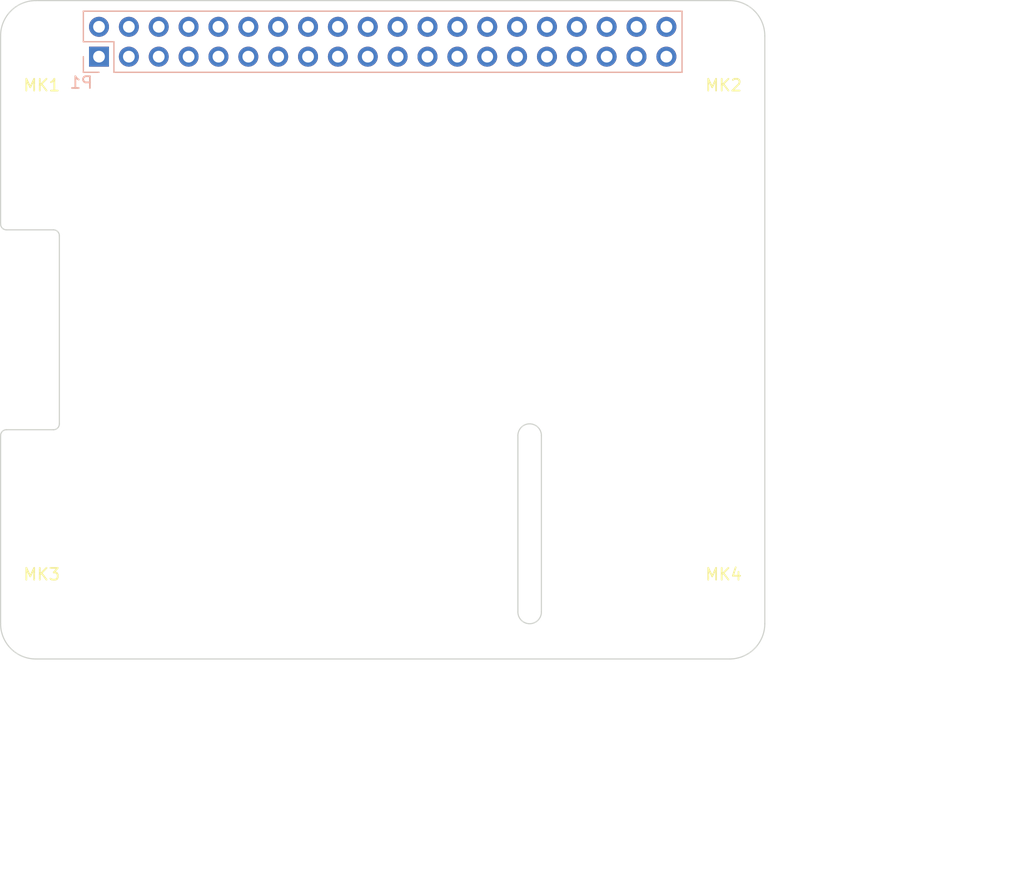
<source format=kicad_pcb>
(kicad_pcb (version 20221018) (generator pcbnew)
  (title_block (date "15 nov 2012"))
  (layers (0 "F.Cu" signal) (31 "B.Cu" signal) (34 "B.Paste" user) (35 "F.Paste" user) (36 "B.SilkS" user "B.Silkscreen") (37 "F.SilkS" user "F.Silkscreen") (38 "B.Mask" user) (39 "F.Mask" user) (44 "Edge.Cuts" user))
  (net 0 "")
  (net 1 "+3V3")
  (net 2 "+5V")
  (net 3 "GND")
  (net 4 "/ID_SD")
  (net 5 "/ID_SC")
  (net 6 "/GPIO5")
  (net 7 "/GPIO6")
  (net 8 "/GPIO26")
  (net 9 "/GPIO2(SDA1)")
  (net 10 "/GPIO3(SCL1)")
  (net 11 "/GPIO4(GCLK)")
  (net 12 "/GPIO14(TXD0)")
  (net 13 "/GPIO15(RXD0)")
  (net 14 "/GPIO17(GEN0)")
  (net 15 "/GPIO27(GEN2)")
  (net 16 "/GPIO22(GEN3)")
  (net 17 "/GPIO23(GEN4)")
  (net 18 "/GPIO24(GEN5)")
  (net 19 "/GPIO25(GEN6)")
  (net 20 "/GPIO18(GEN1)(PWM0)")
  (net 21 "/GPIO10(SPI0_MOSI)")
  (net 22 "/GPIO9(SPI0_MISO)")
  (net 23 "/GPIO11(SPI0_SCK)")
  (net 24 "/GPIO8(SPI0_CE_N)")
  (net 25 "/GPIO7(SPI1_CE_N)")
  (net 26 "/GPIO12(PWM0)")
  (net 27 "/GPIO13(PWM1)")
  (net 28 "/GPIO19(SPI1_MISO)")
  (net 29 "/GPIO16")
  (net 30 "/GPIO20(SPI1_MOSI)")
  (net 31 "/GPIO21(SPI1_SCK)")
  (footprint "MountingHole:MountingHole_2.7mm_M2.5" (layer "F.Cu") (at 203.5 97.5 180)
    (fp_text reference "MK1" (at 0 -3.7 180) (layer "F.SilkS"))
    (fp_text value "M2.5")
    (pad "" np_thru_hole circle (at 0 0 180) (size 2.7 2.7) (drill 2.7) (layers "*.Cu" "*.Mask"))
  )
  (footprint "MountingHole:MountingHole_2.7mm_M2.5" (layer "F.Cu") (at 261.5 97.5 180)
    (fp_text reference "MK2" (at 0 -3.7 180) (layer "F.SilkS"))
    (fp_text value "M2.5")
    (pad "" np_thru_hole circle (at 0 0 180) (size 2.7 2.7) (drill 2.7) (layers "*.Cu" "*.Mask"))
  )
  (footprint "MountingHole:MountingHole_2.7mm_M2.5" (layer "F.Cu") (at 203.5 146.5)
    (fp_text reference "MK3" (at 0 -3.7) (layer "F.SilkS"))
    (fp_text value "M2.5")
    (pad "" np_thru_hole circle (at 0 0) (size 2.7 2.7) (drill 2.7) (layers "*.Cu" "*.Mask"))
  )
  (footprint "MountingHole:MountingHole_2.7mm_M2.5" (layer "F.Cu") (at 261.5 146.5)
    (fp_text reference "MK4" (at 0 -3.7) (layer "F.SilkS"))
    (fp_text value "M2.5")
    (pad "" np_thru_hole circle (at 0 0) (size 2.7 2.7) (drill 2.7) (layers "*.Cu" "*.Mask"))
  )
  (footprint "Connector_PinSocket_2.54mm:PinSocket_2x20_P2.54mm_Vertical" (layer "B.Cu") (at 208.37 98.77 -90)
    (fp_text reference "P1" (at 2.208 1.512) (layer "B.SilkS") (effects (justify mirror)))
    (fp_text value "Conn_02x20_Odd_Even")
    (fp_line (start -3.87 -49.59) (end 1.33 -49.59) (stroke (width 0.12)) (layer "B.SilkS"))
    (fp_line (start -3.87 1.33) (end -3.87 -49.59) (stroke (width 0.12)) (layer "B.SilkS"))
    (fp_line (start -3.87 1.33) (end -1.27 1.33) (stroke (width 0.12)) (layer "B.SilkS"))
    (fp_line (start -1.27 -1.27) (end 1.33 -1.27) (stroke (width 0.12)) (layer "B.SilkS"))
    (fp_line (start -1.27 1.33) (end -1.27 -1.27) (stroke (width 0.12)) (layer "B.SilkS"))
    (fp_line (start 0 1.33) (end 1.33 1.33) (stroke (width 0.12)) (layer "B.SilkS"))
    (fp_line (start 1.33 -1.27) (end 1.33 -49.59) (stroke (width 0.12)) (layer "B.SilkS"))
    (fp_line (start 1.33 1.33) (end 1.33 0) (stroke (width 0.12)) (layer "B.SilkS"))
    (pad "1" thru_hole rect (at 0 0 270) (size 1.7 1.7) (drill 1) (layers "*.Cu" "*.Mask") (net 1 "+3V3"))
    (pad "2" thru_hole oval (at -2.54 0 270) (size 1.7 1.7) (drill 1) (layers "*.Cu" "*.Mask") (net 2 "+5V"))
    (pad "3" thru_hole oval (at 0 -2.54 270) (size 1.7 1.7) (drill 1) (layers "*.Cu" "*.Mask") (net 9 "/GPIO2(SDA1)"))
    (pad "4" thru_hole oval (at -2.54 -2.54 270) (size 1.7 1.7) (drill 1) (layers "*.Cu" "*.Mask") (net 2 "+5V"))
    (pad "5" thru_hole oval (at 0 -5.08 270) (size 1.7 1.7) (drill 1) (layers "*.Cu" "*.Mask") (net 10 "/GPIO3(SCL1)"))
    (pad "6" thru_hole oval (at -2.54 -5.08 270) (size 1.7 1.7) (drill 1) (layers "*.Cu" "*.Mask") (net 3 "GND"))
    (pad "7" thru_hole oval (at 0 -7.62 270) (size 1.7 1.7) (drill 1) (layers "*.Cu" "*.Mask") (net 11 "/GPIO4(GCLK)"))
    (pad "8" thru_hole oval (at -2.54 -7.62 270) (size 1.7 1.7) (drill 1) (layers "*.Cu" "*.Mask") (net 12 "/GPIO14(TXD0)"))
    (pad "9" thru_hole oval (at 0 -10.16 270) (size 1.7 1.7) (drill 1) (layers "*.Cu" "*.Mask") (net 3 "GND"))
    (pad "10" thru_hole oval (at -2.54 -10.16 270) (size 1.7 1.7) (drill 1) (layers "*.Cu" "*.Mask") (net 13 "/GPIO15(RXD0)"))
    (pad "11" thru_hole oval (at 0 -12.7 270) (size 1.7 1.7) (drill 1) (layers "*.Cu" "*.Mask") (net 14 "/GPIO17(GEN0)"))
    (pad "12" thru_hole oval (at -2.54 -12.7 270) (size 1.7 1.7) (drill 1) (layers "*.Cu" "*.Mask") (net 20 "/GPIO18(GEN1)(PWM0)"))
    (pad "13" thru_hole oval (at 0 -15.24 270) (size 1.7 1.7) (drill 1) (layers "*.Cu" "*.Mask") (net 15 "/GPIO27(GEN2)"))
    (pad "14" thru_hole oval (at -2.54 -15.24 270) (size 1.7 1.7) (drill 1) (layers "*.Cu" "*.Mask") (net 3 "GND"))
    (pad "15" thru_hole oval (at 0 -17.78 270) (size 1.7 1.7) (drill 1) (layers "*.Cu" "*.Mask") (net 16 "/GPIO22(GEN3)"))
    (pad "16" thru_hole oval (at -2.54 -17.78 270) (size 1.7 1.7) (drill 1) (layers "*.Cu" "*.Mask") (net 17 "/GPIO23(GEN4)"))
    (pad "17" thru_hole oval (at 0 -20.32 270) (size 1.7 1.7) (drill 1) (layers "*.Cu" "*.Mask") (net 1 "+3V3"))
    (pad "18" thru_hole oval (at -2.54 -20.32 270) (size 1.7 1.7) (drill 1) (layers "*.Cu" "*.Mask") (net 18 "/GPIO24(GEN5)"))
    (pad "19" thru_hole oval (at 0 -22.86 270) (size 1.7 1.7) (drill 1) (layers "*.Cu" "*.Mask") (net 21 "/GPIO10(SPI0_MOSI)"))
    (pad "20" thru_hole oval (at -2.54 -22.86 270) (size 1.7 1.7) (drill 1) (layers "*.Cu" "*.Mask") (net 3 "GND"))
    (pad "21" thru_hole oval (at 0 -25.4 270) (size 1.7 1.7) (drill 1) (layers "*.Cu" "*.Mask") (net 22 "/GPIO9(SPI0_MISO)"))
    (pad "22" thru_hole oval (at -2.54 -25.4 270) (size 1.7 1.7) (drill 1) (layers "*.Cu" "*.Mask") (net 19 "/GPIO25(GEN6)"))
    (pad "23" thru_hole oval (at 0 -27.94 270) (size 1.7 1.7) (drill 1) (layers "*.Cu" "*.Mask") (net 23 "/GPIO11(SPI0_SCK)"))
    (pad "24" thru_hole oval (at -2.54 -27.94 270) (size 1.7 1.7) (drill 1) (layers "*.Cu" "*.Mask") (net 24 "/GPIO8(SPI0_CE_N)"))
    (pad "25" thru_hole oval (at 0 -30.48 270) (size 1.7 1.7) (drill 1) (layers "*.Cu" "*.Mask") (net 3 "GND"))
    (pad "26" thru_hole oval (at -2.54 -30.48 270) (size 1.7 1.7) (drill 1) (layers "*.Cu" "*.Mask") (net 25 "/GPIO7(SPI1_CE_N)"))
    (pad "27" thru_hole oval (at 0 -33.02 270) (size 1.7 1.7) (drill 1) (layers "*.Cu" "*.Mask") (net 4 "/ID_SD"))
    (pad "28" thru_hole oval (at -2.54 -33.02 270) (size 1.7 1.7) (drill 1) (layers "*.Cu" "*.Mask") (net 5 "/ID_SC"))
    (pad "29" thru_hole oval (at 0 -35.56 270) (size 1.7 1.7) (drill 1) (layers "*.Cu" "*.Mask") (net 6 "/GPIO5"))
    (pad "30" thru_hole oval (at -2.54 -35.56 270) (size 1.7 1.7) (drill 1) (layers "*.Cu" "*.Mask") (net 3 "GND"))
    (pad "31" thru_hole oval (at 0 -38.1 270) (size 1.7 1.7) (drill 1) (layers "*.Cu" "*.Mask") (net 7 "/GPIO6"))
    (pad "32" thru_hole oval (at -2.54 -38.1 270) (size 1.7 1.7) (drill 1) (layers "*.Cu" "*.Mask") (net 26 "/GPIO12(PWM0)"))
    (pad "33" thru_hole oval (at 0 -40.64 270) (size 1.7 1.7) (drill 1) (layers "*.Cu" "*.Mask") (net 27 "/GPIO13(PWM1)"))
    (pad "34" thru_hole oval (at -2.54 -40.64 270) (size 1.7 1.7) (drill 1) (layers "*.Cu" "*.Mask") (net 3 "GND"))
    (pad "35" thru_hole oval (at 0 -43.18 270) (size 1.7 1.7) (drill 1) (layers "*.Cu" "*.Mask") (net 28 "/GPIO19(SPI1_MISO)"))
    (pad "36" thru_hole oval (at -2.54 -43.18 270) (size 1.7 1.7) (drill 1) (layers "*.Cu" "*.Mask") (net 29 "/GPIO16"))
    (pad "37" thru_hole oval (at 0 -45.72 270) (size 1.7 1.7) (drill 1) (layers "*.Cu" "*.Mask") (net 8 "/GPIO26"))
    (pad "38" thru_hole oval (at -2.54 -45.72 270) (size 1.7 1.7) (drill 1) (layers "*.Cu" "*.Mask") (net 30 "/GPIO20(SPI1_MOSI)"))
    (pad "39" thru_hole oval (at 0 -48.26 270) (size 1.7 1.7) (drill 1) (layers "*.Cu" "*.Mask") (net 3 "GND"))
    (pad "40" thru_hole oval (at -2.54 -48.26 270) (size 1.7 1.7) (drill 1) (layers "*.Cu" "*.Mask") (net 31 "/GPIO21(SPI1_SCK)"))
  )
  (gr_line (start 204.5 130.5) (end 200.5 130.5) (stroke (width 0.1)) (layer "Edge.Cuts"))
  (gr_line (start 200.5 113.5) (end 204.5 113.5) (stroke (width 0.1)) (layer "Edge.Cuts"))
  (gr_line (start 262 94) (end 203 94) (stroke (width 0.1)) (layer "Edge.Cuts"))
  (gr_line (start 246 131) (end 246 146) (stroke (width 0.1)) (layer "Edge.Cuts"))
  (gr_arc (start 204.5 113.5) (mid 204.853553 113.646447) (end 205 114) (stroke (width 0.1)) (layer "Edge.Cuts"))
  (gr_arc (start 200 131) (mid 200.146138 130.646755) (end 200.499127 130.500001) (stroke (width 0.1)) (layer "Edge.Cuts"))
  (gr_arc (start 265 147) (mid 264.12132 149.12132) (end 262 150) (stroke (width 0.1)) (layer "Edge.Cuts"))
  (gr_line (start 205 114) (end 205 130) (stroke (width 0.1)) (layer "Edge.Cuts"))
  (gr_arc (start 205 130) (mid 204.853553 130.353553) (end 204.5 130.5) (stroke (width 0.1)) (layer "Edge.Cuts"))
  (gr_line (start 265 147) (end 265 97) (stroke (width 0.1)) (layer "Edge.Cuts"))
  (gr_arc (start 200.5 113.5) (mid 200.146447 113.353553) (end 200 113) (stroke (width 0.1)) (layer "Edge.Cuts"))
  (gr_arc (start 203 150) (mid 200.87868 149.12132) (end 200 147) (stroke (width 0.1)) (layer "Edge.Cuts"))
  (gr_line (start 200 97) (end 200 113) (stroke (width 0.1)) (layer "Edge.Cuts"))
  (gr_arc (start 262 94) (mid 264.12132 94.87868) (end 265 97) (stroke (width 0.1)) (layer "Edge.Cuts"))
  (gr_arc (start 200 97) (mid 200.87868 94.87868) (end 203 94) (stroke (width 0.1)) (layer "Edge.Cuts"))
  (gr_arc (start 246 146) (mid 245 147) (end 244 146) (stroke (width 0.1)) (layer "Edge.Cuts"))
  (gr_arc (start 244 131) (mid 245 130) (end 246 131) (stroke (width 0.1)) (layer "Edge.Cuts"))
  (gr_line (start 203 150) (end 262 150) (stroke (width 0.1)) (layer "Edge.Cuts"))
  (gr_line (start 200 131) (end 200 147) (stroke (width 0.1)) (layer "Edge.Cuts"))
  (gr_line (start 244 146) (end 244 131) (stroke (width 0.1)) (layer "Edge.Cuts"))
)
</source>
